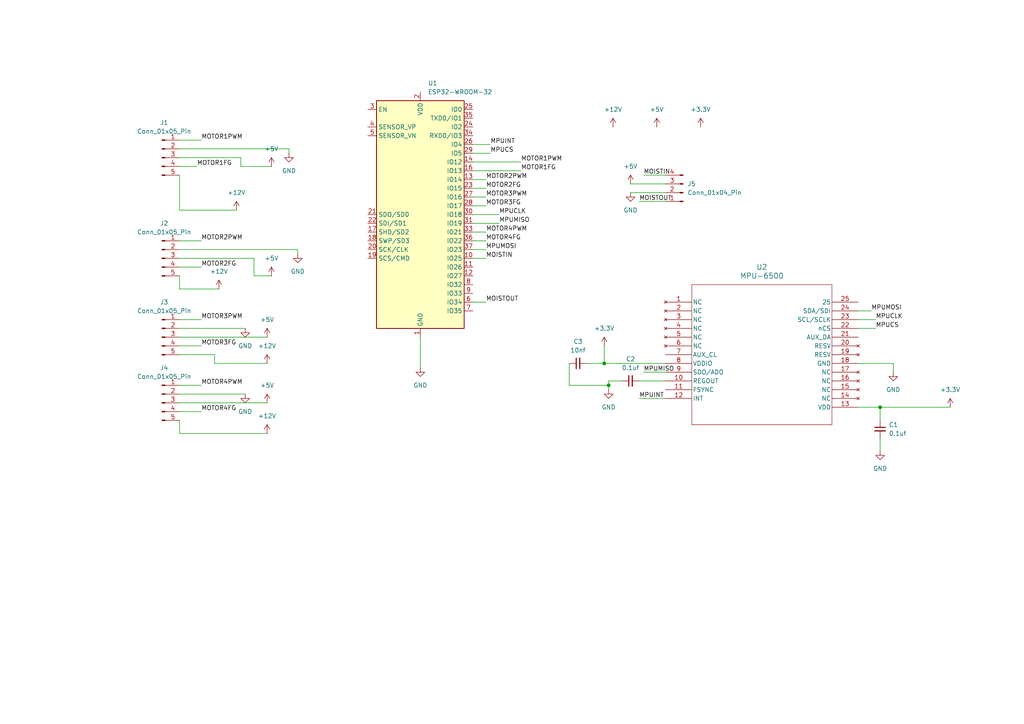
<source format=kicad_sch>
(kicad_sch (version 20231120) (generator "eeschema") (generator_version "8.0")
  (paper "A4")
  (lib_symbols
    (symbol "Connector:Conn_01x04_Pin" (pin_names (offset 1.016) hide)
      (property "Reference" "J" (at 0 5.08 0))
      (property "Value" "Conn_01x04_Pin" (at 0 -7.62 0))
      (symbol "Conn_01x04_Pin_1_1"
        (polyline (pts (xy 1.27 -5.08) (xy 0.8636 -5.08)) (stroke (width 0.1524)))
        (polyline (pts (xy 1.27 -2.54) (xy 0.8636 -2.54)) (stroke (width 0.1524)))
        (polyline (pts (xy 1.27 0) (xy 0.8636 0)) (stroke (width 0.1524)))
        (polyline (pts (xy 1.27 2.54) (xy 0.8636 2.54)) (stroke (width 0.1524)))
        (rectangle (start 0.8636 -4.953) (end 0 -5.207) (stroke (width 0.1524)) (fill (type outline)))
        (rectangle (start 0.8636 -2.413) (end 0 -2.667) (stroke (width 0.1524)) (fill (type outline)))
        (rectangle (start 0.8636 0.127) (end 0 -0.127) (stroke (width 0.1524)) (fill (type outline)))
        (rectangle (start 0.8636 2.667) (end 0 2.413) (stroke (width 0.1524)) (fill (type outline)))
        (pin passive line (at 5.08 2.54 180) (length 3.81) (name "Pin_1") (number "1"))
        (pin passive line (at 5.08 0 180) (length 3.81) (name "Pin_2") (number "2"))
        (pin passive line (at 5.08 -2.54 180) (length 3.81) (name "Pin_3") (number "3"))
        (pin passive line (at 5.08 -5.08 180) (length 3.81) (name "Pin_4") (number "4"))
      )
    )
    (symbol "Connector:Conn_01x05_Pin" (pin_names (offset 1.016) hide)
      (property "Reference" "J" (at 0 7.62 0))
      (property "Value" "Conn_01x05_Pin" (at 0 -7.62 0))
      (symbol "Conn_01x05_Pin_1_1"
        (polyline (pts (xy 1.27 -5.08) (xy 0.8636 -5.08)) (stroke (width 0.1524)))
        (polyline (pts (xy 1.27 -2.54) (xy 0.8636 -2.54)) (stroke (width 0.1524)))
        (polyline (pts (xy 1.27 0) (xy 0.8636 0)) (stroke (width 0.1524)))
        (polyline (pts (xy 1.27 2.54) (xy 0.8636 2.54)) (stroke (width 0.1524)))
        (polyline (pts (xy 1.27 5.08) (xy 0.8636 5.08)) (stroke (width 0.1524)))
        (rectangle (start 0.8636 -4.953) (end 0 -5.207) (stroke (width 0.1524)) (fill (type outline)))
        (rectangle (start 0.8636 -2.413) (end 0 -2.667) (stroke (width 0.1524)) (fill (type outline)))
        (rectangle (start 0.8636 0.127) (end 0 -0.127) (stroke (width 0.1524)) (fill (type outline)))
        (rectangle (start 0.8636 2.667) (end 0 2.413) (stroke (width 0.1524)) (fill (type outline)))
        (rectangle (start 0.8636 5.207) (end 0 4.953) (stroke (width 0.1524)) (fill (type outline)))
        (pin passive line (at 5.08 5.08 180) (length 3.81) (name "Pin_1") (number "1"))
        (pin passive line (at 5.08 2.54 180) (length 3.81) (name "Pin_2") (number "2"))
        (pin passive line (at 5.08 0 180) (length 3.81) (name "Pin_3") (number "3"))
        (pin passive line (at 5.08 -2.54 180) (length 3.81) (name "Pin_4") (number "4"))
        (pin passive line (at 5.08 -5.08 180) (length 3.81) (name "Pin_5") (number "5"))
      )
    )
    (symbol "Device:C_Small" (pin_numbers hide) (pin_names (offset 0.254) hide)
      (property "Reference" "C" (at 0.254 1.778 0))
      (property "Value" "C_Small" (at 0.254 -2.032 0))
      (symbol "C_Small_0_1"
        (polyline (pts (xy -1.524 -0.508) (xy 1.524 -0.508)) (stroke (width 0.3302)))
        (polyline (pts (xy -1.524 0.508) (xy 1.524 0.508)) (stroke (width 0.3048)))
      )
      (symbol "C_Small_1_1"
        (pin passive line (at 0 2.54 270) (length 2.032) (name "~") (number "1"))
        (pin passive line (at 0 -2.54 90) (length 2.032) (name "~") (number "2"))
      )
    )
    (symbol "MPU6500:MPU-6500" (pin_names (offset 0.254))
      (property "Reference" "U" (at 27.94 10.16 0))
      (property "Value" "MPU-6500" (at 27.94 7.62 0))
      (symbol "MPU-6500_0_1"
        (polyline (pts (xy 7.62 -35.56) (xy 48.26 -35.56)) (stroke (width 0.127)))
        (polyline (pts (xy 7.62 5.08) (xy 7.62 -35.56)) (stroke (width 0.127)))
        (polyline (pts (xy 48.26 -35.56) (xy 48.26 5.08)) (stroke (width 0.127)))
        (polyline (pts (xy 48.26 5.08) (xy 7.62 5.08)) (stroke (width 0.127)))
        (pin no_connect line (at 0 0 0) (length 7.62) (name "NC") (number "1"))
        (pin unspecified line (at 0 -22.86 0) (length 7.62) (name "REGOUT") (number "10"))
        (pin input line (at 0 -25.4 0) (length 7.62) (name "FSYNC") (number "11"))
        (pin output line (at 0 -27.94 0) (length 7.62) (name "INT") (number "12"))
        (pin power_in line (at 55.88 -30.48 180) (length 7.62) (name "VDD") (number "13"))
        (pin no_connect line (at 55.88 -27.94 180) (length 7.62) (name "NC") (number "14"))
        (pin no_connect line (at 55.88 -25.4 180) (length 7.62) (name "NC") (number "15"))
        (pin no_connect line (at 55.88 -22.86 180) (length 7.62) (name "NC") (number "16"))
        (pin no_connect line (at 55.88 -20.32 180) (length 7.62) (name "NC") (number "17"))
        (pin power_out line (at 55.88 -17.78 180) (length 7.62) (name "GND") (number "18"))
        (pin no_connect line (at 55.88 -15.24 180) (length 7.62) (name "RESV") (number "19"))
        (pin no_connect line (at 0 -2.54 0) (length 7.62) (name "NC") (number "2"))
        (pin no_connect line (at 55.88 -12.7 180) (length 7.62) (name "RESV") (number "20"))
        (pin unspecified line (at 55.88 -10.16 180) (length 7.62) (name "AUX_DA") (number "21"))
        (pin unspecified line (at 55.88 -7.62 180) (length 7.62) (name "nCS") (number "22"))
        (pin unspecified line (at 55.88 -5.08 180) (length 7.62) (name "SCL/SCLK") (number "23"))
        (pin unspecified line (at 55.88 -2.54 180) (length 7.62) (name "SDA/SDI") (number "24"))
        (pin unspecified line (at 55.88 0 180) (length 7.62) (name "25") (number "25"))
        (pin no_connect line (at 0 -5.08 0) (length 7.62) (name "NC") (number "3"))
        (pin no_connect line (at 0 -7.62 0) (length 7.62) (name "NC") (number "4"))
        (pin no_connect line (at 0 -10.16 0) (length 7.62) (name "NC") (number "5"))
        (pin no_connect line (at 0 -12.7 0) (length 7.62) (name "NC") (number "6"))
        (pin unspecified line (at 0 -15.24 0) (length 7.62) (name "AUX_CL") (number "7"))
        (pin power_in line (at 0 -17.78 0) (length 7.62) (name "VDDIO") (number "8"))
        (pin unspecified line (at 0 -20.32 0) (length 7.62) (name "SDO/ADO") (number "9"))
      )
    )
    (symbol "RF_Module:ESP32-WROOM-32"
      (property "Reference" "U" (at -12.7 34.29 0))
      (property "Value" "ESP32-WROOM-32" (at 1.27 34.29 0))
      (symbol "ESP32-WROOM-32_0_1"
        (rectangle (start -12.7 33.02) (end 12.7 -33.02) (stroke (width 0.254)) (fill (type background)))
      )
      (symbol "ESP32-WROOM-32_1_1"
        (pin power_in line (at 0 -35.56 90) (length 2.54) (name "GND") (number "1"))
        (pin bidirectional line (at 15.24 -12.7 180) (length 2.54) (name "IO25") (number "10"))
        (pin bidirectional line (at 15.24 -15.24 180) (length 2.54) (name "IO26") (number "11"))
        (pin bidirectional line (at 15.24 -17.78 180) (length 2.54) (name "IO27") (number "12"))
        (pin bidirectional line (at 15.24 10.16 180) (length 2.54) (name "IO14") (number "13"))
        (pin bidirectional line (at 15.24 15.24 180) (length 2.54) (name "IO12") (number "14"))
        (pin passive line (at 0 -35.56 90) (length 2.54) hide (name "GND") (number "15"))
        (pin bidirectional line (at 15.24 12.7 180) (length 2.54) (name "IO13") (number "16"))
        (pin bidirectional line (at -15.24 -5.08 0) (length 2.54) (name "SHD/SD2") (number "17"))
        (pin bidirectional line (at -15.24 -7.62 0) (length 2.54) (name "SWP/SD3") (number "18"))
        (pin bidirectional line (at -15.24 -12.7 0) (length 2.54) (name "SCS/CMD") (number "19"))
        (pin power_in line (at 0 35.56 270) (length 2.54) (name "VDD") (number "2"))
        (pin bidirectional line (at -15.24 -10.16 0) (length 2.54) (name "SCK/CLK") (number "20"))
        (pin bidirectional line (at -15.24 0 0) (length 2.54) (name "SDO/SD0") (number "21"))
        (pin bidirectional line (at -15.24 -2.54 0) (length 2.54) (name "SDI/SD1") (number "22"))
        (pin bidirectional line (at 15.24 7.62 180) (length 2.54) (name "IO15") (number "23"))
        (pin bidirectional line (at 15.24 25.4 180) (length 2.54) (name "IO2") (number "24"))
        (pin bidirectional line (at 15.24 30.48 180) (length 2.54) (name "IO0") (number "25"))
        (pin bidirectional line (at 15.24 20.32 180) (length 2.54) (name "IO4") (number "26"))
        (pin bidirectional line (at 15.24 5.08 180) (length 2.54) (name "IO16") (number "27"))
        (pin bidirectional line (at 15.24 2.54 180) (length 2.54) (name "IO17") (number "28"))
        (pin bidirectional line (at 15.24 17.78 180) (length 2.54) (name "IO5") (number "29"))
        (pin input line (at -15.24 30.48 0) (length 2.54) (name "EN") (number "3"))
        (pin bidirectional line (at 15.24 0 180) (length 2.54) (name "IO18") (number "30"))
        (pin bidirectional line (at 15.24 -2.54 180) (length 2.54) (name "IO19") (number "31"))
        (pin no_connect line (at -12.7 -27.94 0) (length 2.54) hide (name "NC") (number "32"))
        (pin bidirectional line (at 15.24 -5.08 180) (length 2.54) (name "IO21") (number "33"))
        (pin bidirectional line (at 15.24 22.86 180) (length 2.54) (name "RXD0/IO3") (number "34"))
        (pin bidirectional line (at 15.24 27.94 180) (length 2.54) (name "TXD0/IO1") (number "35"))
        (pin bidirectional line (at 15.24 -7.62 180) (length 2.54) (name "IO22") (number "36"))
        (pin bidirectional line (at 15.24 -10.16 180) (length 2.54) (name "IO23") (number "37"))
        (pin passive line (at 0 -35.56 90) (length 2.54) hide (name "GND") (number "38"))
        (pin passive line (at 0 -35.56 90) (length 2.54) hide (name "GND") (number "39"))
        (pin input line (at -15.24 25.4 0) (length 2.54) (name "SENSOR_VP") (number "4"))
        (pin input line (at -15.24 22.86 0) (length 2.54) (name "SENSOR_VN") (number "5"))
        (pin input line (at 15.24 -25.4 180) (length 2.54) (name "IO34") (number "6"))
        (pin input line (at 15.24 -27.94 180) (length 2.54) (name "IO35") (number "7"))
        (pin bidirectional line (at 15.24 -20.32 180) (length 2.54) (name "IO32") (number "8"))
        (pin bidirectional line (at 15.24 -22.86 180) (length 2.54) (name "IO33") (number "9"))
      )
    )
    (symbol "power:+12V" (power) (pin_numbers hide) (pin_names (offset 0) hide)
      (property "Value" "+12V" (at 0 3.556 0))
      (symbol "+12V_0_1"
        (polyline (pts (xy -0.762 1.27) (xy 0 2.54)))
        (polyline (pts (xy 0 0) (xy 0 2.54)))
        (polyline (pts (xy 0 2.54) (xy 0.762 1.27)))
      )
      (symbol "+12V_1_1"
        (pin power_in line (at 0 0 90) (length 0) (name "~") (number "1"))
      )
    )
    (symbol "power:+3.3V" (power) (pin_numbers hide) (pin_names (offset 0) hide)
      (property "Value" "+3.3V" (at 0 3.556 0))
      (symbol "+3.3V_0_1"
        (polyline (pts (xy -0.762 1.27) (xy 0 2.54)))
        (polyline (pts (xy 0 0) (xy 0 2.54)))
        (polyline (pts (xy 0 2.54) (xy 0.762 1.27)))
      )
      (symbol "+3.3V_1_1"
        (pin power_in line (at 0 0 90) (length 0) (name "~") (number "1"))
      )
    )
    (symbol "power:+5V" (power) (pin_numbers hide) (pin_names (offset 0) hide)
      (property "Value" "+5V" (at 0 3.556 0))
      (symbol "+5V_0_1"
        (polyline (pts (xy -0.762 1.27) (xy 0 2.54)))
        (polyline (pts (xy 0 0) (xy 0 2.54)))
        (polyline (pts (xy 0 2.54) (xy 0.762 1.27)))
      )
      (symbol "+5V_1_1"
        (pin power_in line (at 0 0 90) (length 0) (name "~") (number "1"))
      )
    )
    (symbol "power:GND" (power) (pin_numbers hide) (pin_names (offset 0) hide)
      (property "Value" "GND" (at 0 -3.81 0))
      (symbol "GND_0_1"
        (polyline (pts (xy 0 0) (xy 0 -1.27) (xy 1.27 -1.27) (xy 0 -2.54) (xy -1.27 -1.27) (xy 0 -1.27)))
      )
      (symbol "GND_1_1"
        (pin power_in line (at 0 0 270) (length 0) (name "~") (number "1"))
      )
    )
  )
  (junction (at 176.53 111.76))
  (junction (at 175.26 105.41))
  (junction (at 255.27 118.11))
  (wire (pts (xy 170.18 105.41) (xy 175.26 105.41)))
  (wire (pts (xy 248.92 95.25) (xy 254 95.25)))
  (wire (pts (xy 259.08 105.41) (xy 259.08 107.95)))
  (wire (pts (xy 52.07 125.73) (xy 77.47 125.73)))
  (wire (pts (xy 185.42 58.42) (xy 193.04 58.42)))
  (wire (pts (xy 137.16 72.39) (xy 140.97 72.39)))
  (wire (pts (xy 248.92 92.71) (xy 254 92.71)))
  (wire (pts (xy 255.27 127) (xy 255.27 130.81)))
  (wire (pts (xy 52.07 50.8) (xy 52.07 60.96)))
  (wire (pts (xy 52.07 60.96) (xy 68.58 60.96)))
  (wire (pts (xy 78.74 48.26) (xy 69.85 48.26)))
  (wire (pts (xy 176.53 110.49) (xy 176.53 111.76)))
  (wire (pts (xy 52.07 80.01) (xy 52.07 83.82)))
  (wire (pts (xy 73.66 80.01) (xy 78.74 80.01)))
  (wire (pts (xy 137.16 62.23) (xy 144.78 62.23)))
  (wire (pts (xy 176.53 111.76) (xy 176.53 113.03)))
  (wire (pts (xy 52.07 100.33) (xy 58.42 100.33)))
  (wire (pts (xy 52.07 77.47) (xy 58.42 77.47)))
  (wire (pts (xy 52.07 114.3) (xy 71.12 114.3)))
  (wire (pts (xy 52.07 97.79) (xy 77.47 97.79)))
  (wire (pts (xy 52.07 69.85) (xy 58.42 69.85)))
  (wire (pts (xy 52.07 83.82) (xy 63.5 83.82)))
  (wire (pts (xy 52.07 95.25) (xy 71.12 95.25)))
  (wire (pts (xy 137.16 52.07) (xy 140.97 52.07)))
  (wire (pts (xy 137.16 67.31) (xy 140.97 67.31)))
  (wire (pts (xy 137.16 44.45) (xy 142.24 44.45)))
  (wire (pts (xy 185.42 110.49) (xy 193.04 110.49)))
  (wire (pts (xy 182.88 55.88) (xy 193.04 55.88)))
  (wire (pts (xy 62.23 102.87) (xy 62.23 105.41)))
  (wire (pts (xy 137.16 59.69) (xy 140.97 59.69)))
  (wire (pts (xy 186.69 107.95) (xy 193.04 107.95)))
  (wire (pts (xy 52.07 74.93) (xy 73.66 74.93)))
  (wire (pts (xy 86.36 72.39) (xy 86.36 73.66)))
  (wire (pts (xy 186.69 50.8) (xy 193.04 50.8)))
  (wire (pts (xy 137.16 69.85) (xy 140.97 69.85)))
  (wire (pts (xy 83.82 43.18) (xy 83.82 44.45)))
  (wire (pts (xy 121.92 97.79) (xy 121.92 106.68)))
  (wire (pts (xy 52.07 119.38) (xy 58.42 119.38)))
  (wire (pts (xy 248.92 90.17) (xy 252.73 90.17)))
  (wire (pts (xy 175.26 100.33) (xy 175.26 105.41)))
  (wire (pts (xy 62.23 105.41) (xy 77.47 105.41)))
  (wire (pts (xy 52.07 72.39) (xy 86.36 72.39)))
  (wire (pts (xy 137.16 57.15) (xy 140.97 57.15)))
  (wire (pts (xy 69.85 48.26) (xy 69.85 45.72)))
  (wire (pts (xy 137.16 74.93) (xy 140.97 74.93)))
  (wire (pts (xy 73.66 74.93) (xy 73.66 80.01)))
  (wire (pts (xy 255.27 118.11) (xy 255.27 121.92)))
  (wire (pts (xy 180.34 110.49) (xy 176.53 110.49)))
  (wire (pts (xy 137.16 46.99) (xy 151.13 46.99)))
  (wire (pts (xy 175.26 105.41) (xy 193.04 105.41)))
  (wire (pts (xy 185.42 115.57) (xy 193.04 115.57)))
  (wire (pts (xy 52.07 116.84) (xy 77.47 116.84)))
  (wire (pts (xy 255.27 118.11) (xy 275.59 118.11)))
  (wire (pts (xy 248.92 118.11) (xy 255.27 118.11)))
  (wire (pts (xy 137.16 49.53) (xy 151.13 49.53)))
  (wire (pts (xy 52.07 48.26) (xy 57.15 48.26)))
  (wire (pts (xy 52.07 102.87) (xy 62.23 102.87)))
  (wire (pts (xy 248.92 105.41) (xy 259.08 105.41)))
  (wire (pts (xy 137.16 41.91) (xy 142.24 41.91)))
  (wire (pts (xy 69.85 45.72) (xy 52.07 45.72)))
  (wire (pts (xy 137.16 54.61) (xy 140.97 54.61)))
  (wire (pts (xy 52.07 92.71) (xy 58.42 92.71)))
  (wire (pts (xy 165.1 105.41) (xy 165.1 111.76)))
  (wire (pts (xy 52.07 121.92) (xy 52.07 125.73)))
  (wire (pts (xy 165.1 111.76) (xy 176.53 111.76)))
  (wire (pts (xy 137.16 64.77) (xy 144.78 64.77)))
  (wire (pts (xy 182.88 53.34) (xy 193.04 53.34)))
  (wire (pts (xy 52.07 40.64) (xy 58.42 40.64)))
  (wire (pts (xy 52.07 111.76) (xy 58.42 111.76)))
  (wire (pts (xy 137.16 87.63) (xy 140.97 87.63)))
  (wire (pts (xy 52.07 43.18) (xy 83.82 43.18)))
  (label "MOTOR3PWM" (at 140.97 57.15 0))
  (label "MOTOR3FG" (at 58.42 100.33 0))
  (label "MOISTIN" (at 140.97 74.93 0))
  (label "MOTOR4FG" (at 140.97 69.85 0))
  (label "MPUCLK" (at 144.78 62.23 0))
  (label "MOTOR1FG" (at 57.15 48.26 0))
  (label "MPUMOSI" (at 252.73 90.17 0))
  (label "MPUCS" (at 254 95.25 0))
  (label "MOISTOUT" (at 140.97 87.63 0))
  (label "MPUCLK" (at 254 92.71 0))
  (label "MPUINT" (at 142.24 41.91 0))
  (label "MPUMISO" (at 144.78 64.77 0))
  (label "MOTOR2FG" (at 140.97 54.61 0))
  (label "MOTOR1PWM" (at 151.13 46.99 0))
  (label "MOTOR1FG" (at 151.13 49.53 0))
  (label "MOTOR2PWM" (at 140.97 52.07 0))
  (label "MOTOR3FG" (at 140.97 59.69 0))
  (label "MOTOR3PWM" (at 58.42 92.71 0))
  (label "MOISTIN" (at 186.69 50.8 0))
  (label "MPUCS" (at 142.24 44.45 0))
  (label "MPUMISO" (at 186.69 107.95 0))
  (label "MOISTOUT" (at 185.42 58.42 0))
  (label "MOTOR2PWM" (at 58.42 69.85 0))
  (label "MOTOR4PWM" (at 140.97 67.31 0))
  (label "MOTOR4PWM" (at 58.42 111.76 0))
  (label "MPUMOSI" (at 140.97 72.39 0))
  (label "MOTOR4FG" (at 58.42 119.38 0))
  (label "MPUINT" (at 185.42 115.57 0))
  (label "MOTOR1PWM" (at 58.42 40.64 0))
  (label "MOTOR2FG" (at 58.42 77.47 0))
  (symbol (lib_id "power:GND") (at 182.88 55.88 0) (unit 1)
    (property "Reference" "#PWR022" (effects (hide yes)))
    (property "Value" "GND" (at 182.88 60.96 0))
    (property "Description" "Power symbol creates a global label with name \"GND\" , ground" (effects (hide yes)))
  )
  (symbol (lib_id "Connector:Conn_01x04_Pin") (at 198.12 55.88 180) (unit 1)
    (property "Reference" "J5" (at 199.39 53.3399 0) (effects (justify right)))
    (property "Value" "Conn_01x04_Pin" (at 199.39 55.8799 0) (effects (justify right)))
    (property "Description" "Generic connector, single row, 01x04, script generated" (effects (hide yes)))
  )
  (symbol (lib_id "power:GND") (at 121.92 106.68 0) (unit 1)
    (property "Reference" "#PWR01" (effects (hide yes)))
    (property "Value" "GND" (at 121.92 111.76 0))
    (property "Description" "Power symbol creates a global label with name \"GND\" , ground" (effects (hide yes)))
  )
  (symbol (lib_id "power:GND") (at 86.36 73.66 0) (unit 1)
    (property "Reference" "#PWR018" (effects (hide yes)))
    (property "Value" "GND" (at 86.36 78.74 0))
    (property "Description" "Power symbol creates a global label with name \"GND\" , ground" (effects (hide yes)))
  )
  (symbol (lib_id "power:+12V") (at 68.58 60.96 0) (unit 1)
    (property "Reference" "#PWR010" (effects (hide yes)))
    (property "Value" "+12V" (at 68.58 55.88 0))
    (property "Description" "Power symbol creates a global label with name \"+12V\"" (effects (hide yes)))
  )
  (symbol (lib_id "power:GND") (at 71.12 114.3 0) (unit 1)
    (property "Reference" "#PWR017" (effects (hide yes)))
    (property "Value" "GND" (at 71.12 119.38 0))
    (property "Description" "Power symbol creates a global label with name \"GND\" , ground" (effects (hide yes)))
  )
  (symbol (lib_id "power:+5V") (at 78.74 48.26 0) (unit 1)
    (property "Reference" "#PWR09" (effects (hide yes)))
    (property "Value" "+5V" (at 78.74 43.18 0))
    (property "Description" "Power symbol creates a global label with name \"+5V\"" (effects (hide yes)))
  )
  (symbol (lib_id "Connector:Conn_01x05_Pin") (at 46.99 97.79 0) (unit 1)
    (property "Reference" "J3" (at 47.625 87.63 0))
    (property "Value" "Conn_01x05_Pin" (at 47.625 90.17 0))
    (property "Description" "Generic connector, single row, 01x05, script generated" (effects (hide yes)))
  )
  (symbol (lib_id "power:+3.3V") (at 175.26 100.33 0) (unit 1)
    (property "Reference" "#PWR014" (effects (hide yes)))
    (property "Value" "+3.3V" (at 175.26 95.25 0))
    (property "Description" "Power symbol creates a global label with name \"+3.3V\"" (effects (hide yes)))
  )
  (symbol (lib_id "Connector:Conn_01x05_Pin") (at 46.99 45.72 0) (unit 1)
    (property "Reference" "J1" (at 47.625 35.56 0))
    (property "Value" "Conn_01x05_Pin" (at 47.625 38.1 0))
    (property "Description" "Generic connector, single row, 01x05, script generated" (effects (hide yes)))
  )
  (symbol (lib_id "power:+12V") (at 77.47 116.84 0) (unit 1)
    (property "Reference" "#PWR013" (effects (hide yes)))
    (property "Value" "+5V" (at 77.47 111.76 0))
    (property "Description" "Power symbol creates a global label with name \"+12V\"" (effects (hide yes)))
  )
  (symbol (lib_id "Connector:Conn_01x05_Pin") (at 46.99 116.84 0) (unit 1)
    (property "Reference" "J4" (at 47.625 106.68 0))
    (property "Value" "Conn_01x05_Pin" (at 47.625 109.22 0))
    (property "Description" "Generic connector, single row, 01x05, script generated" (effects (hide yes)))
  )
  (symbol (lib_id "power:+3.3V") (at 203.2 36.83 0) (unit 1)
    (property "Reference" "#PWR04" (effects (hide yes)))
    (property "Value" "+3.3V" (at 203.2 31.75 0))
    (property "Description" "Power symbol creates a global label with name \"+3.3V\"" (effects (hide yes)))
  )
  (symbol (lib_id "power:GND") (at 71.12 95.25 0) (unit 1)
    (property "Reference" "#PWR016" (effects (hide yes)))
    (property "Value" "GND" (at 71.12 100.33 0))
    (property "Description" "Power symbol creates a global label with name \"GND\" , ground" (effects (hide yes)))
  )
  (symbol (lib_id "Device:C_Small") (at 167.64 105.41 90) (unit 1)
    (property "Reference" "C3" (at 167.6463 99.06 90))
    (property "Value" "10nf" (at 167.6463 101.6 90))
    (property "Description" "Unpolarized capacitor, small symbol" (effects (hide yes)))
  )
  (symbol (lib_id "power:GND") (at 83.82 44.45 0) (unit 1)
    (property "Reference" "#PWR08" (effects (hide yes)))
    (property "Value" "GND" (at 83.82 49.53 0))
    (property "Description" "Power symbol creates a global label with name \"GND\" , ground" (effects (hide yes)))
  )
  (symbol (lib_id "Device:C_Small") (at 182.88 110.49 90) (unit 1)
    (property "Reference" "C2" (at 182.8863 104.14 90))
    (property "Value" "0.1uf" (at 182.8863 106.68 90))
    (property "Description" "Unpolarized capacitor, small symbol" (effects (hide yes)))
  )
  (symbol (lib_id "power:+12V") (at 78.74 80.01 0) (unit 1)
    (property "Reference" "#PWR011" (effects (hide yes)))
    (property "Value" "+5V" (at 78.74 74.93 0))
    (property "Description" "Power symbol creates a global label with name \"+12V\"" (effects (hide yes)))
  )
  (symbol (lib_id "power:+12V") (at 63.5 83.82 0) (unit 1)
    (property "Reference" "#PWR023" (effects (hide yes)))
    (property "Value" "+12V" (at 63.5 78.74 0))
    (property "Description" "Power symbol creates a global label with name \"+12V\"" (effects (hide yes)))
  )
  (symbol (lib_id "Connector:Conn_01x05_Pin") (at 46.99 74.93 0) (unit 1)
    (property "Reference" "J2" (at 47.625 64.77 0))
    (property "Value" "Conn_01x05_Pin" (at 47.625 67.31 0))
    (property "Description" "Generic connector, single row, 01x05, script generated" (effects (hide yes)))
  )
  (symbol (lib_id "power:+12V") (at 177.8 36.83 0) (unit 1)
    (property "Reference" "#PWR02" (effects (hide yes)))
    (property "Value" "+12V" (at 177.8 31.75 0))
    (property "Description" "Power symbol creates a global label with name \"+12V\"" (effects (hide yes)))
  )
  (symbol (lib_id "Device:C_Small") (at 255.27 124.46 0) (unit 1)
    (property "Reference" "C1" (at 257.81 123.1962 0) (effects (justify left)))
    (property "Value" "0.1uf" (at 257.81 125.7362 0) (effects (justify left)))
    (property "Description" "Unpolarized capacitor, small symbol" (effects (hide yes)))
  )
  (symbol (lib_id "power:+5V") (at 182.88 53.34 0) (unit 1)
    (property "Reference" "#PWR021" (effects (hide yes)))
    (property "Value" "+5V" (at 182.88 48.26 0))
    (property "Description" "Power symbol creates a global label with name \"+5V\"" (effects (hide yes)))
  )
  (symbol (lib_id "power:GND") (at 176.53 113.03 0) (unit 1)
    (property "Reference" "#PWR05" (effects (hide yes)))
    (property "Value" "GND" (at 176.53 118.11 0))
    (property "Description" "Power symbol creates a global label with name \"GND\" , ground" (effects (hide yes)))
  )
  (symbol (lib_id "power:+12V") (at 77.47 97.79 0) (unit 1)
    (property "Reference" "#PWR012" (effects (hide yes)))
    (property "Value" "+5V" (at 77.47 92.71 0))
    (property "Description" "Power symbol creates a global label with name \"+12V\"" (effects (hide yes)))
  )
  (symbol (lib_id "power:+5V") (at 190.5 36.83 0) (unit 1)
    (property "Reference" "#PWR03" (effects (hide yes)))
    (property "Value" "+5V" (at 190.5 31.75 0))
    (property "Description" "Power symbol creates a global label with name \"+5V\"" (effects (hide yes)))
  )
  (symbol (lib_id "MPU6500:MPU-6500") (at 193.04 87.63 0) (unit 1)
    (property "Reference" "U2" (at 220.98 77.47 0) (effects (font (size 1.524 1.524))))
    (property "Value" "MPU-6500" (at 220.98 80.01 0) (effects (font (size 1.524 1.524))))
    (property "Footprint" "QFN24_3X3X0P9_IVS" (effects (hide yes)))
    (property "Datasheet" "MPU-6500" (effects (hide yes)))
  )
  (symbol (lib_id "power:+12V") (at 77.47 125.73 0) (unit 1)
    (property "Reference" "#PWR020" (effects (hide yes)))
    (property "Value" "+12V" (at 77.47 120.65 0))
    (property "Description" "Power symbol creates a global label with name \"+12V\"" (effects (hide yes)))
  )
  (symbol (lib_id "power:GND") (at 255.27 130.81 0) (unit 1)
    (property "Reference" "#PWR07" (effects (hide yes)))
    (property "Value" "GND" (at 255.27 135.89 0))
    (property "Description" "Power symbol creates a global label with name \"GND\" , ground" (effects (hide yes)))
  )
  (symbol (lib_id "power:+3.3V") (at 275.59 118.11 0) (unit 1)
    (property "Reference" "#PWR015" (effects (hide yes)))
    (property "Value" "+3.3V" (at 275.59 113.03 0))
    (property "Description" "Power symbol creates a global label with name \"+3.3V\"" (effects (hide yes)))
  )
  (symbol (lib_id "power:+12V") (at 77.47 105.41 0) (unit 1)
    (property "Reference" "#PWR019" (effects (hide yes)))
    (property "Value" "+12V" (at 77.47 100.33 0))
    (property "Description" "Power symbol creates a global label with name \"+12V\"" (effects (hide yes)))
  )
  (symbol (lib_id "power:GND") (at 259.08 107.95 0) (unit 1)
    (property "Reference" "#PWR06" (effects (hide yes)))
    (property "Value" "GND" (at 259.08 113.03 0))
    (property "Description" "Power symbol creates a global label with name \"GND\" , ground" (effects (hide yes)))
  )
  (symbol (lib_id "RF_Module:ESP32-WROOM-32") (at 121.92 62.23 0) (unit 1)
    (property "Reference" "U1" (at 124.1141 24.13 0) (effects (justify left)))
    (property "Value" "ESP32-WROOM-32" (at 124.1141 26.67 0) (effects (justify left)))
    (property "Footprint" "RF_Module:ESP32-WROOM-32" (effects (hide yes)))
    (property "Datasheet" "https://www.espressif.com/sites/default/files/documentation/esp32-wroom-32_datasheet_en.pdf" (effects (hide yes)))
    (property "Description" "RF Module, ESP32-D0WDQ6 SoC, Wi-Fi 802.11b/g/n, Bluetooth, BLE, 32-bit, 2.7-3.6V, onboard antenna, SMD" (effects (hide yes)))
  )
)
</source>
